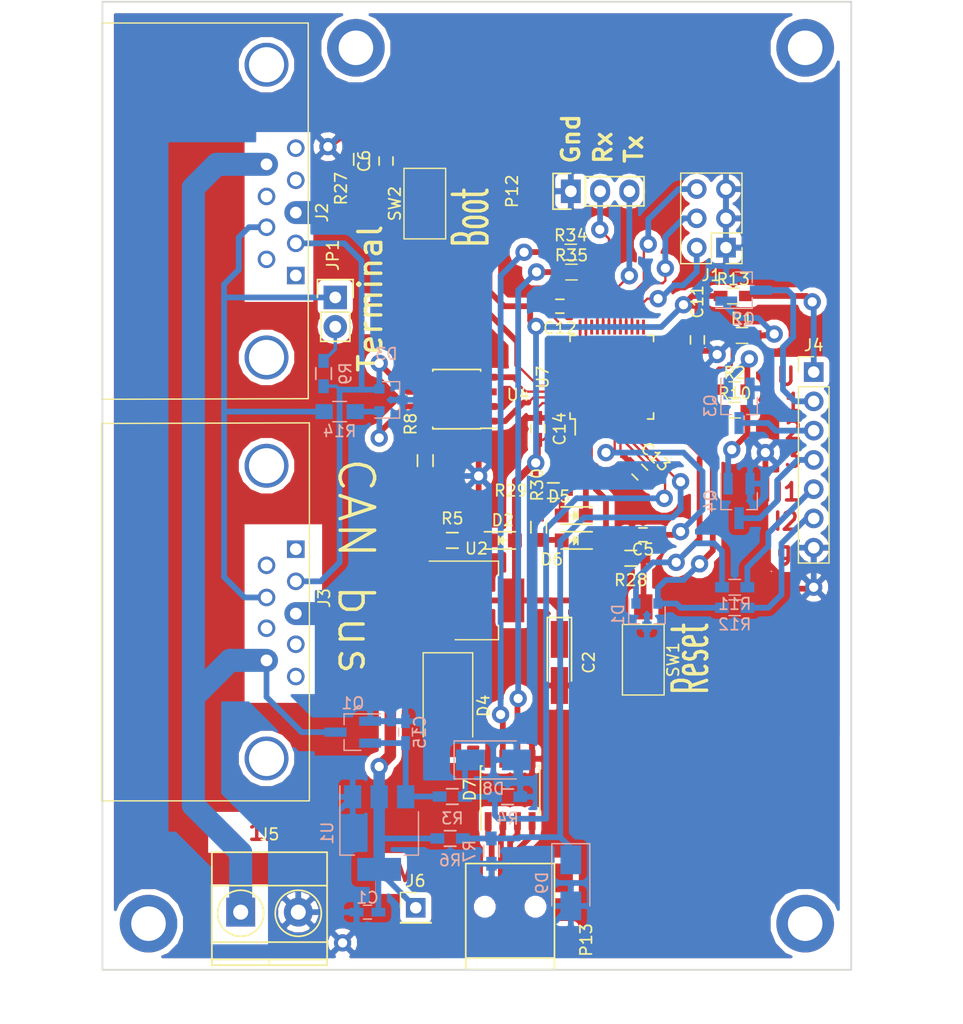
<source format=kicad_pcb>
(kicad_pcb (version 20211014) (generator pcbnew)
  (layers (0 "F.Cu" signal) (31 "B.Cu" signal) (34 "B.Paste" user) (35 "F.Paste" user) (36 "B.SilkS" user "B.Silkscreen") (37 "F.SilkS" user "F.Silkscreen") (38 "B.Mask" user) (39 "F.Mask" user) (44 "Edge.Cuts" user))
  (net 0 "")
  (net 1 "/12Vin")
  (net 2 "GND")
  (net 3 "+3V3")
  (net 4 "+5V")
  (net 5 "/NRST")
  (net 6 "/BOOT0")
  (net 7 "Net-(D2-Pad1)")
  (net 8 "Net-(D3-Pad1)")
  (net 9 "Net-(D3-Pad2)")
  (net 10 "Net-(D5-Pad2)")
  (net 11 "/LED0")
  (net 12 "Net-(D6-Pad2)")
  (net 13 "/LED1")
  (net 14 "Net-(D7-Pad2)")
  (net 15 "Net-(D7-Pad3)")
  (net 16 "Net-(D7-Pad6)")
  (net 17 "Net-(D7-Pad7)")
  (net 18 "Net-(JP1-Pad2)")
  (net 19 "/V12")
  (net 20 "/V5")
  (net 21 "Net-(R8-Pad1)")
  (net 22 "/CAN_Tx")
  (net 23 "/CAN_Rx")
  (net 24 "Net-(D7-Pad1)")
  (net 25 "Net-(D7-Pad4)")
  (net 26 "Net-(R34-Pad2)")
  (net 27 "Net-(R35-Pad2)")
  (net 28 "/5Vusb")
  (net 29 "/brdaddr0")
  (net 30 "/brdaddr1")
  (net 31 "/brdaddr2")
  (net 32 "Net-(J2-Pad9)")
  (net 33 "Net-(J4-Pad1)")
  (net 34 "/OUTP1")
  (net 35 "/OUTP2")
  (net 36 "/OUTP3")
  (net 37 "Net-(J4-Pad5)")
  (net 38 "Net-(J4-Pad6)")
  (net 39 "Net-(Q2-Pad1)")
  (net 40 "Net-(Q3-Pad1)")
  (net 41 "Net-(Q4-Pad1)")
  (net 42 "/O1")
  (net 43 "/O2")
  (net 44 "/O3")
  (net 45 "/INP1")
  (net 46 "/INP2")
  (net 47 "Net-(J2-Pad7)")
  (net 48 "/Rx")
  (net 49 "/Tx")
  (footprint "Capacitors_SMD.pretty:C_0603_HandSoldering" (layer "F.Cu") (at 71.9201 102.2604 180)
    (fp_text reference "C5")
    (fp_text value "0.1")
  )
  (footprint "Capacitors_SMD.pretty:C_0603_HandSoldering" (layer "F.Cu") (at 49.6189 69.8246 90)
    (fp_text reference "C6")
    (fp_text value "0.1")
  )
  (footprint "Capacitors_SMD.pretty:C_0603_HandSoldering" (layer "F.Cu") (at 76.6445 85.344 90)
    (fp_text reference "C11")
    (fp_text value "0.1")
  )
  (footprint "Capacitors_SMD.pretty:C_0603_HandSoldering" (layer "F.Cu") (at 64.7065 82.423 180)
    (fp_text reference "C12")
    (fp_text value "0.1")
  )
  (footprint "Capacitors_SMD.pretty:C_0603_HandSoldering" (layer "F.Cu") (at 71.64324 96.81972 -45)
    (fp_text reference "C13")
    (fp_text value "0.1")
  )
  (footprint "Capacitors_SMD.pretty:C_0603_HandSoldering" (layer "F.Cu") (at 62.7888 93.0656 -90)
    (fp_text reference "C14")
    (fp_text value "0.1")
  )
  (footprint "LEDs.pretty:LED_0805" (layer "F.Cu") (at 59.7535 102.743)
    (fp_text reference "D2")
    (fp_text value "LED")
  )
  (footprint "LEDs.pretty:LED_0805" (layer "F.Cu") (at 65.913 100.584 180)
    (fp_text reference "D5")
    (fp_text value "LED0")
  )
  (footprint "LEDs.pretty:LED_0805" (layer "F.Cu") (at 65.913 102.743 180)
    (fp_text reference "D6")
    (fp_text value "LED1")
  )
  (footprint "Housings_SOIC.pretty:SOIC-8_3.9x4.9mm_Pitch1.27mm" (layer "F.Cu") (at 60.3885 124.3965 90)
    (fp_text reference "D7")
    (fp_text value "USB6B1")
  )
  (footprint "Pin_Headers.pretty:Pin_Header_Straight_1x02" (layer "F.Cu") (at 45.212 81.661)
    (fp_text reference "JP1")
    (fp_text value "Terminal")
  )
  (footprint "Pin_Headers.pretty:Pin_Header_Straight_1x03" (layer "F.Cu") (at 65.659 72.44842 90)
    (fp_text reference "P12")
    (fp_text value "USART_BOOT")
  )
  (footprint "Connect.pretty:USB_Mini-B" (layer "F.Cu") (at 60.3885 135.382 90)
    (fp_text reference "P13")
    (fp_text value "USB_A")
  )
  (footprint "Resistors_SMD.pretty:R_0603_HandSoldering" (layer "F.Cu") (at 55.372 102.743)
    (fp_text reference "R5")
    (fp_text value "330")
  )
  (footprint "Resistors_SMD.pretty:R_0603_HandSoldering" (layer "F.Cu") (at 53.0225 95.8215 -90)
    (fp_text reference "R8")
    (fp_text value "4k7")
  )
  (footprint "Resistors_SMD.pretty:R_0603_HandSoldering" (layer "F.Cu") (at 47.48784 69.67728 90)
    (fp_text reference "R27")
    (fp_text value "10k")
  )
  (footprint "Resistors_SMD.pretty:R_0603_HandSoldering" (layer "F.Cu") (at 70.866 104.2924 180)
    (fp_text reference "R28")
    (fp_text value "10k")
  )
  (footprint "Resistors_SMD.pretty:R_0603_HandSoldering" (layer "F.Cu") (at 64.135 98.425 180)
    (fp_text reference "R29")
    (fp_text value "330")
  )
  (footprint "Resistors_SMD.pretty:R_0603_HandSoldering" (layer "F.Cu") (at 62.865 101.6 90)
    (fp_text reference "R30")
    (fp_text value "330")
  )
  (footprint "TO_SOT_Packages_SMD.pretty:SOT-223" (layer "F.Cu") (at 57.4675 107.95)
    (fp_text reference "U2")
    (fp_text value "LM1117-3.3")
  )
  (footprint "Housings_SOIC.pretty:SOIC-8_3.9x4.9mm_Pitch1.27mm" (layer "F.Cu") (at 55.753 90.4875 180)
    (fp_text reference "U4")
    (fp_text value "MCP2551-I/SN")
  )
  (footprint "Housings_QFP.pretty:LQFP-48_7x7mm_Pitch0.5mm" (layer "F.Cu") (at 69.215 88.5825 90)
    (fp_text reference "U7")
    (fp_text value "STM32F042C6Tx")
  )
  (footprint "Capacitors_Tantalum_SMD.pretty:Tantalum_Case-A_EIA-3216-18_Hand" (layer "F.Cu") (at 64.6684 113.3348 -90)
    (fp_text reference "C2")
    (fp_text value "47u")
  )
  (footprint "my_footprints:Hole_3mm" (layer "F.Cu") (at 29 136)
    (fp_text reference "P15" hide)
    (fp_text value "Hole" hide)
  )
  (footprint "my_footprints:Hole_3mm" (layer "F.Cu") (at 86 60)
    (fp_text reference "P16" hide)
    (fp_text value "Hole" hide)
  )
  (footprint "my_footprints:Hole_3mm" (layer "F.Cu") (at 47 60)
    (fp_text reference "P17" hide)
    (fp_text value "Hole" hide)
  )
  (footprint "my_footprints:Hole_3mm" (layer "F.Cu") (at 86 136)
    (fp_text reference "P18" hide)
    (fp_text value "Hole" hide)
  )
  (footprint "Resistors_SMD.pretty:R_0603_HandSoldering" (layer "F.Cu") (at 65.65392 77.724)
    (fp_text reference "R34")
    (fp_text value "22")
  )
  (footprint "Resistors_SMD.pretty:R_0603_HandSoldering" (layer "F.Cu") (at 65.71234 79.46136)
    (fp_text reference "R35")
    (fp_text value "22")
  )
  (footprint "Diodes_SMD.pretty:D_SMB_Handsoldering" (layer "F.Cu") (at 54.991 117.094 -90)
    (fp_text reference "D4")
    (fp_text value "MBRS130L")
  )
  (footprint "Pin_Headers.pretty:Pin_Header_Straight_2x03_Pitch2.54mm" (layer "F.Cu") (at 79.12608 77.33792 180)
    (fp_text reference "J1")
    (fp_text value "CONN_02X03")
  )
  (footprint "Buttons_Switches_SMD.pretty:SW_SPST_FSMSM" (layer "F.Cu") (at 71.9455 113.10112 -90)
    (fp_text reference "SW1")
    (fp_text value "Reset")
  )
  (footprint "Buttons_Switches_SMD.pretty:SW_SPST_FSMSM" (layer "F.Cu") (at 52.9844 73.5203 90)
    (fp_text reference "SW2")
    (fp_text value "Boot")
  )
  (footprint "Connectors.pretty:DB9FC" (layer "F.Cu") (at 41.783 79.756 90)
    (fp_text reference "J2")
    (fp_text value "DB9_Female")
  )
  (footprint "Connectors.pretty:DB9MC" (layer "F.Cu") (at 41.783 103.505 90)
    (fp_text reference "J3")
    (fp_text value "DB9_Male")
  )
  (footprint "Pin_Headers.pretty:Pin_Header_Straight_1x07_Pitch2.54mm" (layer "F.Cu") (at 86.741 88.138)
    (fp_text reference "J4")
    (fp_text value "Conn_01x07")
  )
  (footprint "Resistors_SMD.pretty:R_0603_HandSoldering" (layer "F.Cu") (at 80.518 84.963)
    (fp_text reference "R1")
    (fp_text value "330")
  )
  (footprint "Resistors_SMD.pretty:R_0603_HandSoldering" (layer "F.Cu") (at 79.883 89.662)
    (fp_text reference "R2")
    (fp_text value "330")
  )
  (footprint "Resistors_SMD.pretty:R_0603_HandSoldering" (layer "F.Cu") (at 79.883 91.44)
    (fp_text reference "R10")
    (fp_text value "330")
  )
  (footprint "Resistors_SMD.pretty:R_0603_HandSoldering" (layer "F.Cu") (at 79.756 81.534)
    (fp_text reference "R13")
    (fp_text value "4.7")
  )
  (footprint "Connectors_Terminal_Blocks.pretty:TerminalBlock_Pheonix_MKDS1.5-2pol" (layer "F.Cu") (at 37 135)
    (fp_text reference "J5")
    (fp_text value "12v")
  )
  (footprint "my_footprints:TH_via" (layer "F.Cu") (at 45.847 137.668)
    (fp_text reference "REF**" hide)
    (fp_text value "TH_via" hide)
  )
  (footprint "my_footprints:TH_via" (layer "F.Cu") (at 86.741 106.807)
    (fp_text reference "REF**" hide)
    (fp_text value "TH_via" hide)
  )
  (footprint "my_footprints:TH_via" (layer "F.Cu") (at 44.577 68.58)
    (fp_text reference "REF**" hide)
    (fp_text value "TH_via" hide)
  )
  (footprint "my_footprints:TH_via" (layer "F.Cu") (at 82.55 95.123)
    (fp_text reference "REF**" hide)
    (fp_text value "TH_via" hide)
  )
  (footprint "my_footprints:TH_via" (layer "F.Cu") (at 57.658 97.155)
    (fp_text reference "REF**" hide)
    (fp_text value "TH_via" hide)
  )
  (footprint "my_footprints:TH_via" (layer "F.Cu") (at 78.359 86.614)
    (fp_text reference "REF**" hide)
    (fp_text value "TH_via" hide)
  )
  (footprint "Pin_Headers.pretty:Pin_Header_Straight_1x01_Pitch2.54mm" (layer "F.Cu") (at 52.197 134.62)
    (fp_text reference "J6")
    (fp_text value "Conn_01x01")
  )
  (footprint "TO_SOT_Packages_SMD.pretty:SOT-23" (layer "B.Cu") (at 50.038 90.551)
    (fp_text reference "D3")
    (fp_text value "PESD1CAN")
  )
  (footprint "TO_SOT_Packages_SMD.pretty:SOT-23_Handsoldering" (layer "B.Cu") (at 46.736 119.38 180)
    (fp_text reference "Q1")
    (fp_text value "AO3407")
  )
  (footprint "Resistors_SMD.pretty:R_0603_HandSoldering" (layer "B.Cu") (at 55.372 124.968)
    (fp_text reference "R3")
    (fp_text value "220k")
  )
  (footprint "Resistors_SMD.pretty:R_0603_HandSoldering" (layer "B.Cu") (at 60.16752 124.98832)
    (fp_text reference "R4")
    (fp_text value "56k")
  )
  (footprint "Resistors_SMD.pretty:R_0603_HandSoldering" (layer "B.Cu") (at 55.1815 128.60782)
    (fp_text reference "R6")
    (fp_text value "47k")
  )
  (footprint "Resistors_SMD.pretty:R_0603_HandSoldering" (layer "B.Cu") (at 58.76544 129.70256 -90)
    (fp_text reference "R7")
    (fp_text value "47k")
  )
  (footprint "Resistors_SMD.pretty:R_0603_HandSoldering" (layer "B.Cu") (at 44.196 88.265 90)
    (fp_text reference "R9")
    (fp_text value "120")
  )
  (footprint "Capacitors_SMD.pretty:C_0603_HandSoldering" (layer "B.Cu") (at 51.308 119.38 90)
    (fp_text reference "C15")
    (fp_text value "0.1")
  )
  (footprint "TO_SOT_Packages_SMD.pretty:SOT-23" (layer "B.Cu") (at 72.263 109.22 -90)
    (fp_text reference "D1")
    (fp_text value "SP0502BAHT")
  )
  (footprint "Resistors_SMD.pretty:R_0805_HandSoldering" (layer "B.Cu") (at 45.593 91.567)
    (fp_text reference "R14")
    (fp_text value "0")
  )
  (footprint "Capacitors_SMD.pretty:C_0603_HandSoldering" (layer "B.Cu") (at 48.006 135.001 180)
    (fp_text reference "C1")
    (fp_text value "0.1")
  )
  (footprint "TO_SOT_Packages_SMD.pretty:SOT-23_Handsoldering" (layer "B.Cu") (at 80.645 81.026)
    (fp_text reference "Q2")
    (fp_text value "SI2300")
  )
  (footprint "TO_SOT_Packages_SMD.pretty:SOT-23_Handsoldering" (layer "B.Cu") (at 80.264 91.059 -90)
    (fp_text reference "Q3")
    (fp_text value "SI2300")
  )
  (footprint "TO_SOT_Packages_SMD.pretty:SOT-23_Handsoldering" (layer "B.Cu") (at 80.264 99.314 -90)
    (fp_text reference "Q4")
    (fp_text value "SI2300")
  )
  (footprint "Resistors_SMD.pretty:R_0603_HandSoldering" (layer "B.Cu") (at 79.883 106.807)
    (fp_text reference "R11")
    (fp_text value "330")
  )
  (footprint "Resistors_SMD.pretty:R_0603_HandSoldering" (layer "B.Cu") (at 79.883 108.585)
    (fp_text reference "R12")
    (fp_text value "330")
  )
  (footprint "TO_SOT_Packages_SMD.pretty:SOT-223" (layer "B.Cu") (at 49.022 128.143 -90)
    (fp_text reference "U1")
    (fp_text value "LM1117-5.0")
  )
  (footprint "Diode_SMD.pretty:D_SMA" (layer "B.Cu") (at 58.928 121.793)
    (fp_text reference "D8")
    (fp_text value "SMAJ5.0A")
  )
  (footprint "Diode_SMD.pretty:D_SMA" (layer "B.Cu") (at 65.659 132.461 -90)
    (fp_text reference "D9")
    (fp_text value "SMAJ5.0A")
  )
  (gr_line (start 25 140) (end 25 56) (layer "Edge.Cuts") (width 0.15))
  (gr_line (start 90 56) (end 90 140) (layer "Edge.Cuts") (width 0.15))
  (gr_line (start 90 140) (end 25 140) (layer "Edge.Cuts") (width 0.15))
  (gr_line (start 25 56) (end 90 56) (layer "Edge.Cuts") (width 0.15))
  (gr_text "+ 12V -" (at 39.75 128) (layer "F.Cu") (effects (font (size 1.5 1.5) (thickness 0.3))))
  (gr_text "1\n2\n3" (at 84.963 93.218) (layer "F.Cu") (effects (font (size 1.5 1.5) (thickness 0.3))))
  (gr_text "CAN:\n2 - CANL\n3 - GND\n7 - CANH\n9 - +12V" (at 76.75 126.5) (layer "F.Cu") (effects (font (size 1.5 1.5) (thickness 0.3)) (justify left)))
  (gr_text "I1" (at 84.455 98.552) (layer "F.Cu") (effects (font (size 1.5 1.5) (thickness 0.3))))
  (gr_text "Addr" (at 78 67.75) (layer "F.Cu") (effects (font (size 1.5 1.5) (thickness 0.3))))
  (gr_text "Boot" (at 56.5 75.25 90) (layer "F.Cu") (effects (font (size 1.5 1.5) (thickness 0.3))))
  (gr_text "GND\nRX\nTX" (at 68 68 90) (layer "F.Cu") (effects (font (size 1.5 1.5) (thickness 0.3))))
  (gr_text "2\n1\n0" (at 83.75 74.75) (layer "F.Cu") (effects (font (size 1.5 1.5) (thickness 0.3))))
  (gr_text "5V" (at 50.546 131.572) (layer "F.Cu") (effects (font (size 1.5 1.5) (thickness 0.3))))
  (gr_text "U" (at 84.328 88.519) (layer "F.Cu") (effects (font (size 1.5 1.5) (thickness 0.3))))
  (gr_text "Term" (at 50.75 83) (layer "F.Cu") (effects (font (size 1.5 1.5) (thickness 0.3))))
  (gr_text "g" (at 84.201 103.632) (layer "F.Cu") (effects (font (size 1.5 1.5) (thickness 0.3))))
  (gr_text "I2" (at 84.328 101.092) (layer "F.Cu") (effects (font (size 1.5 1.5) (thickness 0.3))))
  (gr_text "RST" (at 76.073 113.157 90) (layer "F.Cu") (effects (font (size 1.5 1.5) (thickness 0.3))))
  (gr_text "Reset" (at 76.073 113.03 90) (layer "F.SilkS") (effects (font (size 3 1.5) (thickness 0.3))))
  (gr_text "Boot" (at 57 74.75 90) (layer "F.SilkS") (effects (font (size 3 1.5) (thickness 0.3))))
  (gr_text "CAN bus" (at 47 105 270) (layer "F.SilkS") (effects (font (size 3 3) (thickness 0.3))))
  (gr_text "Tx" (at 71.12508 68.78828 90) (layer "F.SilkS") (effects (font (size 1.5 1.5) (thickness 0.3))))
  (gr_text "Terminal" (at 48.25 81.75 90) (layer "F.SilkS") (effects (font (size 2 2) (thickness 0.3))))
  (gr_text "Gnd" (at 65.66408 67.89928 90) (layer "F.SilkS") (effects (font (size 1.5 1.5) (thickness 0.3))))
  (gr_text "Rx" (at 68.45808 68.66128 90) (layer "F.SilkS") (effects (font (size 1.5 1.5) (thickness 0.3))))
  (segment (start 51.347 124.968) (end 51.322 124.993) (width 0.5) (layer "B.Cu") (net 1))
  (segment (start 51.322 120.344) (end 51.308 120.33) (width 0.5) (layer "B.Cu") (net 1))
  (segment (start 48.236 120.33) (end 51.308 120.33) (width 0.5) (layer "B.Cu") (net 1))
  (segment (start 51.322 124.993) (end 51.322 120.344) (width 0.5) (layer "B.Cu") (net 1))
  (segment (start 54.272 124.968) (end 51.347 124.968) (width 0.5) (layer "B.Cu") (net 1))
  (segment (start 54.3175 102.7885) (end 54.272 102.743) (width 0.5) (layer "F.Cu") (net 2))
  (segment (start 63.1931 90.8325) (end 62.7888 91.2368) (width 0.2) (layer "F.Cu") (net 2))
  (segment (start 62.7888 91.2368) (end 62.7888 92.1156) (width 0.2) (layer "F.Cu") (net 2))
  (segment (start 66.5226 82.423) (end 66.965 82.8654) (width 0.2) (layer "F.Cu") (net 2))
  (segment (start 66.965 82.8654) (end 66.965 84.2325) (width 0.2) (layer "F.Cu") (net 2))
  (segment (start 76.606 86.3325) (end 76.6445 86.294) (width 0.2) (layer "F.Cu") (net 2))
  (segment (start 62.2935 120.4849) (end 64.6684 118.11) (width 0.5) (layer "F.Cu") (net 2))
  (segment (start 64.6684 118.11) (end 64.6684 115.3348) (width 0.5) (layer "F.Cu") (net 2))
  (segment (start 56.9087 91.1225) (end 56.388 91.6432) (width 0.5) (layer "F.Cu") (net 2))
  (segment (start 56.388 91.6432) (end 56.388 93.3196) (width 0.5) (layer "F.Cu") (net 2))
  (segment (start 56.388 93.3196) (end 57.0484 93.98) (width 0.5) (layer "F.Cu") (net 2))
  (segment (start 57.0484 93.98) (end 57.658 93.98) (width 0.5) (layer "F.Cu") (net 2))
  (segment (start 59.8932 93.98) (end 61.7576 92.1156) (width 0.5) (layer "F.Cu") (net 2))
  (segment (start 61.7576 92.1156) (end 62.7888 92.1156) (width 0.5) (layer "F.Cu") (net 2))
  (segment (start 65.6565 81.6077) (end 64.9224 80.8736) (width 0.5) (layer "F.Cu") (net 2))
  (segment (start 64.9224 80.8736) (end 63.06058 80.8736) (width 0.5) (layer "F.Cu") (net 2))
  (segment (start 47.48784 67.32016) (end 48.68672 66.12128) (width 0.5) (layer "F.Cu") (net 2))
  (segment (start 48.68672 66.12128) (end 55.22976 66.12128) (width 0.5) (layer "F.Cu") (net 2))
  (segment (start 62.06998 80.8736) (end 59.76366 78.56728) (width 0.5) (layer "F.Cu") (net 2))
  (segment (start 59.76366 78.56728) (end 59.76366 70.85584) (width 0.5) (layer "F.Cu") (net 2))
  (segment (start 58.50128 66.12128) (end 59.76366 67.38366) (width 0.5) (layer "F.Cu") (net 2))
  (segment (start 59.76366 67.38366) (end 59.76366 70.85584) (width 0.5) (layer "F.Cu") (net 2))
  (segment (start 44.58716 68.56476) (end 44.59968 68.57728) (width 0.5) (layer "F.Cu") (net 2))
  (segment (start 57.91962 66.12128) (end 58.50128 66.12128) (width 0.5) (layer "F.Cu") (net 2))
  (segment (start 66.6811 115.3348) (end 69.03742 117.69112) (width 0.5) (layer "F.Cu") (net 2))
  (segment (start 69.03742 117.69112) (end 69.342 117.69112) (width 0.5) (layer "F.Cu") (net 2))
  (segment (start 69.965 95.14148) (end 70.971489 96.147969) (width 0.2) (layer "F.Cu") (net 2))
  (segment (start 70.9701 97.96014) (end 70.46214 97.45218) (width 0.5) (layer "F.Cu") (net 2))
  (segment (start 70.46214 97.45218) (end 70.46214 96.657318) (width 0.5) (layer "F.Cu") (net 2))
  (segment (start 70.46214 96.657318) (end 70.971489 96.147969) (width 0.5) (layer "F.Cu") (net 2))
  (segment (start 78.039 86.294) (end 78.359 86.614) (width 0.2) (layer "F.Cu") (net 2))
  (segment (start 54.272 101.938) (end 57.658 98.552) (width 0.5) (layer "F.Cu") (net 2))
  (segment (start 57.658 98.552) (end 57.658 97.155) (width 0.5) (layer "F.Cu") (net 2))
  (segment (start 57.658 93.98) (end 59.8932 93.98) (width 0.5) (layer "F.Cu") (net 2))
  (segment (start 57.658 97.155) (end 57.658 93.98) (width 0.5) (layer "F.Cu") (net 2))
  (segment (start 86.741 106.807) (end 86.614 106.934) (width 0.5) (layer "F.Cu") (net 2))
  (segment (start 86.614 106.934) (end 84.963 106.934) (width 0.5) (layer "F.Cu") (net 2))
  (segment (start 84.963 106.934) (end 82.55 104.521) (width 0.5) (layer "F.Cu") (net 2))
  (segment (start 82.55 104.521) (end 82.55 95.123) (width 0.5) (layer "F.Cu") (net 2))
  (segment (start 69.1155 90.8325) (end 69.965 91.682) (width 0.2) (layer "F.Cu") (net 2))
  (segment (start 69.965 91.682) (end 69.965 92.9325) (width 0.2) (layer "F.Cu") (net 2))
  (segment (start 61.9887 130.0353) (end 63.627 128.397) (width 0.5) (layer "F.Cu") (net 2))
  (segment (start 63.627 128.397) (end 66.167 128.397) (width 0.5) (layer "F.Cu") (net 2))
  (segment (start 66.167 128.397) (end 69.342 125.222) (width 0.5) (layer "F.Cu") (net 2))
  (segment (start 69.342 125.222) (end 69.342 117.69112) (width 0.5) (layer "F.Cu") (net 2))
  (segment (start 69.342 117.69112) (end 71.9455 117.69112) (width 0.5) (layer "F.Cu") (net 2))
  (segment (start 78.039 86.294) (end 78.359 86.614) (width 0.5) (layer "F.Cu") (net 2))
  (segment (start 46.355 67.31) (end 47.498 67.31) (width 0.5) (layer "F.Cu") (net 2))
  (segment (start 47.498 67.31) (end 48.68672 66.12128) (width 0.5) (layer "F.Cu") (net 2))
  (segment (start 66.965 85.888) (end 67.4095 86.3325) (width 0.2) (layer "F.Cu") (net 2))
  (segment (start 67.4095 86.3325) (end 73.565 86.3325) (width 0.2) (layer "F.Cu") (net 2))
  (segment (start 65.6565 82.423) (end 65.6565 81.6077) (width 0.5) (layer "F.Cu") (net 2))
  (segment (start 76.6445 86.294) (end 78.039 86.294) (width 0.5) (layer "F.Cu") (net 2))
  (segment (start 62.2935 121.6965) (end 62.2935 120.4849) (width 0.5) (layer "F.Cu") (net 2))
  (segment (start 54.3175 105.65) (end 54.3175 102.7885) (width 0.5) (layer "F.Cu") (net 2))
  (segment (start 55.22976 66.12128) (end 57.91962 66.12128) (width 0.5) (layer "F.Cu") (net 2))
  (segment (start 66.965 84.2325) (end 66.965 85.888) (width 0.2) (layer "F.Cu") (net 2))
  (segment (start 64.865 90.8325) (end 63.1931 90.8325) (width 0.2) (layer "F.Cu") (net 2))
  (segment (start 65.6565 82.423) (end 66.5226 82.423) (width 0.2) (layer "F.Cu") (net 2))
  (segment (start 47.48784 68.57728) (end 47.48784 67.32016) (width 0.5) (layer "F.Cu") (net 2))
  (segment (start 63.06058 80.8736) (end 62.06998 80.8736) (width 0.5) (layer "F.Cu") (net 2))
  (segment (start 61.9887 131.93268) (end 61.9887 130.0353) (width 0.5) (layer "F.Cu") (net 2))
  (segment (start 73.565 86.3325) (end 76.606 86.3325) (width 0.2) (layer "F.Cu") (net 2))
  (segment (start 69.965 92.9325) (end 69.965 95.14148) (width 0.2) (layer "F.Cu") (net 2))
  (segment (start 54.272 102.743) (end 54.272 101.938) (width 0.5) (layer "F.Cu") (net 2))
  (segment (start 64.865 90.8325) (end 69.1155 90.8325) (width 0.2) (layer "F.Cu") (net 2))
  (segment (start 58.453 91.1225) (end 56.9087 91.1225) (width 0.5) (layer "F.Cu") (net 2))
  (segment (start 64.6684 115.3348) (end 66.6811 115.3348) (width 0.5) (layer "F.Cu") (net 2))
  (segment (start 44.577 68.58) (end 46.355 67.31) (width 0.5) (layer "F.Cu") (net 2))
  (segment (start 70.9701 102.2604) (end 70.9701 97.96014) (width 0.5) (layer "F.Cu") (net 2))
  (segment (start 46.226 109.095) (end 51.038 104.283) (width 0.5) (layer "B.Cu") (net 2))
  (segment (start 51.038 104.283) (end 51.038 90.551) (width 0.5) (layer "B.Cu") (net 2))
  (segment (start 42.001 135.001) (end 42 135) (width 0.5) (layer "B.Cu") (net 2))
  (segment (start 42.96818 74.296) (end 45.09516 72.16902) (width 0.5) (layer "B.Cu") (net 2))
  (segment (start 45.38218 72.44842) (end 45.10278 72.16902) (width 0.5) (layer "B.Cu") (net 2))
  (segment (start 45.10278 72.16902) (end 45.09516 72.16902) (width 0.5) (layer "B.Cu") (net 2))
  (segment (start 58.95608 130.9932) (end 58.76544 130.80256) (width 0.5) (layer "B.Cu") (net 2))
  (segment (start 42 129.715) (end 46.722 124.993) (width 0.5) (layer "B.Cu") (net 2))
  (segment (start 61.55976 124.69608) (end 61.26752 124.98832) (width 0.5) (layer "B.Cu") (net 2))
  (segment (start 79.12608 74.79792) (end 79.12608 77.33792) (width 0.5) (layer "B.Cu") (net 2))
  (segment (start 51.038 97.155) (end 57.658 97.155) (width 0.5) (layer "B.Cu") (net 2))
  (segment (start 82.55 95.123) (end 81.214 96.459) (width 0.5) (layer "B.Cu") (net 2))
  (segment (start 81.214 96.459) (end 81.214 97.814) (width 0.5) (layer "B.Cu") (net 2))
  (segment (start 79.756 85.217) (end 81.661 85.217) (width 0.5) (layer "B.Cu") (net 2))
  (segment (start 81.661 85.217) (end 83.058 86.614) (width 0.5) (layer "B.Cu") (net 2))
  (segment (start 83.058 86.614) (end 83.058 89.408) (width 0.5) (layer "B.Cu") (net 2))
  (segment (start 83.058 89.408) (end 82.907 89.559) (width 0.5) (layer "B.Cu") (net 2))
  (segment (start 82.907 89.559) (end 81.214 89.559) (width 0.5) (layer "B.Cu") (net 2))
  (segment (start 42.001 135.001) (end 42 135) (width 0.2) (layer "B.Cu") (net 2))
  (segment (start 45.847 69.85) (end 45.847 71.9836) (width 0.5) (layer "B.Cu") (net 2))
  (segment (start 45.847 71.9836) (end 45.38218 72.44842) (width 0.5) (layer "B.Cu") (net 2))
  (segment (start 44.071 109.095) (end 48.236 113.26) (width 2) (layer "B.Cu") (net 2))
  (segment (start 48.236 113.26) (end 48.236 118.43) (width 0.5) (layer "B.Cu") (net 2))
  (segment (start 43.5346 74.296) (end 45.847 71.9836) (width 2) (layer "B.Cu") (net 2))
  (segment (start 47.056 136.591) (end 47.752 137.287) (width 0.5) (layer "B.Cu") (net 2))
  (segment (start 47.752 137.287) (end 58.928 137.287) (width 0.5) (layer "B.Cu") (net 2))
  (segment (start 58.928 137.287) (end 60.452 135.763) (width 0.5) (layer "B.Cu") (net 2))
  (segment (start 60.452 135.763) (end 60.452 130.9932) (width 0.5) (layer "B.Cu") (net 2))
  (segment (start 60.452 130.9932) (end 58.95608 130.9932) (width 0.5) (layer "B.Cu") (net 2))
  (segment (start 61.26752 122.13252) (end 60.928 121.793) (width 0.5) (layer "B.Cu") (net 2))
  (segment (start 64.357 135.763) (end 65.659 134.461) (width 0.5) (layer "B.Cu") (net 2))
  (segment (start 48.236 118.43) (end 51.308 118.43) (width 0.5) (layer "B.Cu") (net 2))
  (segment (start 41.783 74.296) (end 42.96818 74.296) (width 0.5) (layer "B.Cu") (net 2))
  (segment (start 78.359 86.614) (end 79.756 85.217) (width 0.5) (layer "B.Cu") (net 2))
  (segment (start 41.783 74.296) (end 43.5346 74.296) (width 2) (layer "B.Cu") (net 2))
  (segment (start 60.452 135.763) (end 64.357 135.763) (width 0.5) (layer "B.Cu") (net 2))
  (segment (start 65.659 72.44842) (end 45.38218 72.44842) (width 0.5) (layer "B.Cu") (net 2))
  (segment (start 47.056 135.001) (end 47.056 136.591) (width 0.5) (layer "B.Cu") (net 2))
  (segment (start 86.741 103.378) (end 86.741 106.807) (width 0.5) (layer "B.Cu") (net 2))
  (segment (start 44.577 68.58) (end 45.847 69.85) (width 0.5) (layer "B.Cu") (net 2))
  (segment (start 47.056 135.001) (end 42.001 135.001) (width 0.5) (layer "B.Cu") (net 2))
  (segment (start 41.783 109.095) (end 46.226 109.095) (width 0.5) (layer "B.Cu") (net 2))
  (segment (start 42 135) (end 42 129.715) (width 0.5) (layer "B.Cu") (net 2))
  (segment (start 79.12608 72.25792) (end 79.12608 74.79792) (width 0.5) (layer "B.Cu") (net 2))
  (segment (start 41.783 109.095) (end 44.071 109.095) (width 2) (layer "B.Cu") (net 2))
  (segment (start 61.26752 124.98832) (end 61.26752 122.13252) (width 0.5) (layer "B.Cu") (net 2))
  (segment (start 60.80252 107.76498) (end 60.6175 107.95) (width 0.5) (layer "F.Cu") (net 3))
  (segment (start 63.2612 94.0156) (end 64.865 92.4118) (width 0.2) (layer "F.Cu") (net 3))
  (segment (start 64.865 92.4118) (end 64.865 91.3325) (width 0.2) (layer "F.Cu") (net 3))
  (segment (start 65.0301 84.2325) (end 63.7565 82.9589) (width 0.2) (layer "F.Cu") (net 3))
  (segment (start 63.7565 82.9589) (end 63.7565 82.423) (width 0.2) (layer "F.Cu") (net 3))
  (segment (start 73.565 85.4898) (end 74.6608 84.394) (width 0.2) (layer "F.Cu") (net 3))
  (segment (start 74.6608 84.394) (end 76.6445 84.394) (width 0.2) (layer "F.Cu") (net 3))
  (segment (start 63.9064 107.95) (end 64.6684 108.712) (width 0.5) (layer "F.Cu") (net 3))
  (segment (start 64.6684 108.712) (end 64.6684 111.3348) (width 0.5) (layer "F.Cu") (net 3))
  (segment (start 62.1284 82.423) (end 63.7565 82.423) (width 0.5) (layer "F.Cu") (net 3))
  (segment (start 62.1284 83.6676) (end 62.6364 84.1756) (width 0.5) (layer "F.Cu") (net 3))
  (segment (start 75.438 82.296) (end 75.5396 82.3976) (width 0.5) (layer "F.Cu") (net 3))
  (segment (start 75.5396 82.3976) (end 76.6064 82.3976) (width 0.5) (layer "F.Cu") (net 3))
  (segment (start 76.6064 82.3976) (end 76.6445 82.4357) (width 0.5) (layer "F.Cu") (net 3))
  (segment (start 76.6445 82.4357) (end 76.6445 84.394) (width 0.5) (layer "F.Cu") (net 3))
  (segment (start 62.9158 98.5442) (end 63.035 98.425) (width 0.5) (layer "F.Cu") (net 3))
  (segment (start 60.80252 97.59188) (end 62.7888 95.6056) (width 0.5) (layer "F.Cu") (net 3))
  (segment (start 52.9287 68.8746) (end 52.9844 68.9303) (width 0.5) (layer "F.Cu") (net 3))
  (segment (start 56.5859 68.9303) (end 57.7596 70.104) (width 0.5) (layer "F.Cu") (net 3))
  (segment (start 57.7596 70.104) (end 57.7596 70.71614) (width 0.5) (layer "F.Cu") (net 3))
  (segment (start 58.5978 81.153) (end 59.8678 82.423) (width 0.5) (layer "F.Cu") (net 3))
  (segment (start 57.7596 71.25462) (end 58.59018 72.0852) (width 0.5) (layer "F.Cu") (net 3))
  (segment (start 58.59018 72.0852) (end 58.59018 74.01306) (width 0.5) (layer "F.Cu") (net 3))
  (segment (start 58.59018 74.01306) (end 58.5978 74.01306) (width 0.5) (layer "F.Cu") (net 3))
  (segment (start 58.5978 74.01306) (end 58.5978 81.153) (width 0.5) (layer "F.Cu") (net 3))
  (segment (start 64.93256 107.95) (end 60.6175 107.95) (width 0.5) (layer "F.Cu") (net 3))
  (segment (start 66.1084 107.95) (end 69.766 104.2924) (width 0.5) (layer "F.Cu") (net 3))
  (segment (start 70.465 94.33084) (end 72.8091 96.67494) (width 0.2) (layer "F.Cu") (net 3))
  (segment (start 72.8091 96.67494) (end 72.8091 96.997362) (width 0.2) (layer "F.Cu") (net 3))
  (segment (start 72.8091 96.997362) (end 72.314991 97.491471) (width 0.2) (layer "F.Cu") (net 3))
  (segment (start 76.2 81.534) (end 75.438 82.296) (width 0.5) (layer "F.Cu") (net 3))
  (segment (start 62.611 96.012) (end 60.80252 97.82048) (width 0.5) (layer "F.Cu") (net 3))
  (segment (start 60.80252 97.82048) (end 60.80252 102.743) (width 0.5) (layer "F.Cu") (net 3))
  (segment (start 62.7888 95.8342) (end 62.611 96.012) (width 0.5) (layer "F.Cu") (net 3))
  (segment (start 62.611 98.001) (end 63.035 98.425) (width 0.5) (layer "F.Cu") (net 3))
  (segment (start 63.035 100.33) (end 62.865 100.5) (width 0.5) (layer "F.Cu") (net 3))
  (segment (start 66.465 86.531) (end 70.465 90.531) (width 0.2) (layer "F.Cu") (net 3))
  (segment (start 70.465 90.531) (end 70.465 92.9325) (width 0.2) (layer "F.Cu") (net 3))
  (segment (start 60.80252 102.743) (end 60.80252 97.59188) (width 0.5) (layer "F.Cu") (net 3))
  (segment (start 64.93256 107.95) (end 66.1084 107.95) (width 0.5) (layer "F.Cu") (net 3))
  (segment (start 62.611 96.012) (end 62.611 98.001) (width 0.5) (layer "F.Cu") (net 3))
  (segment (start 60.6175 107.95) (end 63.9064 107.95) (width 0.5) (layer "F.Cu") (net 3))
  (segment (start 54.3175 107.95) (end 60.6175 107.95) (width 0.5) (layer "F.Cu") (net 3))
  (segment (start 62.7888 94.0156) (end 62.7888 95.8342) (width 0.5) (layer "F.Cu") (net 3))
  (segment (start 62.1284 82.423) (end 62.1284 83.6676) (width 0.5) (layer "F.Cu") (net 3))
  (segment (start 62.1284 82.423) (end 59.8678 82.423) (width 0.5) (layer "F.Cu") (net 3))
  (segment (start 60.80252 102.743) (end 60.80252 107.76498) (width 0.5) (layer "F.Cu") (net 3))
  (segment (start 57.7596 70.71614) (end 57.7596 71.25462) (width 0.5) (layer "F.Cu") (net 3))
  (segment (start 49.6189 68.8746) (end 52.9287 68.8746) (width 0.5) (layer "F.Cu") (net 3))
  (segment (start 63.035 98.425) (end 63.035 100.33) (width 0.5) (layer "F.Cu") (net 3))
  (segment (start 78.656 81.534) (end 76.2 81.534) (width 0.5) (layer "F.Cu") (net 3))
  (segment (start 66.465 84.2325) (end 66.465 86.531) (width 0.2) (layer "F.Cu") (net 3))
  (segment (start 73.565 85.8325) (end 73.565 85.4898) (width 0.2) (layer "F.Cu") (net 3))
  (segment (start 66.465 84.2325) (end 65.0301 84.2325) (width 0.2) (layer "F.Cu") (net 3))
  (segment (start 52.9844 68.9303) (end 56.5859 68.9303) (width 0.5) (layer "F.Cu") (net 3))
  (segment (start 62.7888 94.0156) (end 62.7888 95.6056) (width 0.5) (layer "F.Cu") (net 3))
  (segment (start 62.7888 94.0156) (end 63.2612 94.0156) (width 0.2) (layer "F.Cu") (net 3))
  (segment (start 70.465 92.9325) (end 70.465 94.33084) (width 0.2) (layer "F.Cu") (net 3))
  (via (at 62.611 96.012) (size 1.5) (drill 0.8) (layers "F.Cu" "B.Cu") (net 3))
  (via (at 75.438 82.296) (size 1.5) (drill 0.8) (layers "F.Cu" "B.Cu") (net 3))
  (via (at 62.6364 84.1756) (size 1.5) (drill 0.8) (layers "F.Cu" "B.Cu") (net 3))
  (segment (start 62.6364 84.1756) (end 62.6872 84.2264) (width 0.5) (layer "B.Cu") (net 3))
  (segment (start 62.6872 84.2264) (end 73.5076 84.2264) (width 0.5) (layer "B.Cu") (net 3))
  (segment (start 73.5076 84.2264) (end 75.438 82.296) (width 0.5) (layer "B.Cu") (net 3))
  (segment (start 62.6364 95.9866) (end 62.611 96.012) (width 0.5) (layer "B.Cu") (net 3))
  (segment (start 62.6364 84.1756) (end 62.6364 95.9866) (width 0.5) (layer "B.Cu") (net 3))
  (segment (start 49.022 122.3645) (end 49.9885 121.398) (width 1) (layer "F.Cu") (net 4))
  (segment (start 49.9885 121.398) (end 49.9885 117.0165) (width 1) (layer "F.Cu") (net 4))
  (segment (start 54.991 113.538) (end 54.3175 112.8645) (width 0.5) (layer "F.Cu") (net 4))
  (segment (start 54.3175 112.8645) (end 54.3175 110.25) (width 1) (layer "F.Cu") (net 4))
  (segment (start 52.611 114.394) (end 49.9885 117.0165) (width 1) (layer "F.Cu") (net 4))
  (segment (start 49.9885 103.745) (end 55.17515 98.55835) (width 0.5) (layer "F.Cu") (net 4))
  (segment (start 56.642 89.8525) (end 58.453 89.8525) (width 0.5) (layer "F.Cu") (net 4))
  (segment (start 55.17515 91.31935) (end 56.642 89.8525) (width 0.5) (layer "F.Cu") (net 4))
  (segment (start 54.991 114.394) (end 54.991 113.538) (width 0.5) (layer "F.Cu") (net 4))
  (segment (start 54.991 114.394) (end 52.611 114.394) (width 1) (layer "F.Cu") (net 4))
  (segment (start 49.9885 117.0165) (end 49.9885 103.745) (width 0.5) (layer "F.Cu") (net 4))
  (segment (start 55.17515 98.55835) (end 55.17515 91.31935) (width 0.5) (layer "F.Cu") (net 4))
  (via (at 49.022 122.3645) (size 1.5) (drill 0.8) (layers "F.Cu" "B.Cu") (net 4))
  (segment (start 48.956 131.359) (end 49.022 131.293) (width 0.5) (layer "B.Cu") (net 4))
  (segment (start 49.4157 128.60782) (end 49.022 129.00152) (width 0.5) (layer "B.Cu") (net 4))
  (segment (start 49.022 129.00152) (end 49.022 131.293) (width 1) (layer "B.Cu") (net 4))
  (segment (start 48.956 131.359) (end 49.022 131.293) (width 0.2) (layer "B.Cu") (net 4))
  (segment (start 49.022 131.445) (end 52.197 134.62) (width 0.5) (layer "B.Cu") (net 4))
  (segment (start 48.956 135.001) (end 48.956 131.359) (width 0.5) (layer "B.Cu") (net 4))
  (segment (start 49.022 131.293) (end 49.022 131.445) (width 0.5) (layer "B.Cu") (net 4))
  (segment (start 49.022 124.993) (end 49.022 129.00152) (width 1) (layer "B.Cu") (net 4))
  (segment (start 54.0815 128.60782) (end 49.4157 128.60782) (width 0.5) (layer "B.Cu") (net 4))
  (segment (start 49.022 124.993) (end 49.022 122.3645) (width 1) (layer "B.Cu") (net 4))
  (segment (start 72.009 104.2924) (end 72.8701 103.4313) (width 0.5) (layer "F.Cu") (net 5))
  (segment (start 72.8701 103.4313) (end 72.8701 102.2604) (width 0.5) (layer "F.Cu") (net 5))
  (segment (start 71.966 108.49062) (end 71.9455 108.51112) (width 0.5) (layer "F.Cu") (net 5))
  (segment (start 71.96836 106.13136) (end 71.966 106.13136) (width 0.5) (layer "F.Cu") (net 5))
  (segment (start 71.966 106.13136) (end 71.96836 106.13136) (width 0.5) (layer "F.Cu") (net 5))
  (segment (start 71.96836 106.13136) (end 71.966 106.13136) (width 0.5) (layer "F.Cu") (net 5))
  (segment (start 71.966 106.13136) (end 71.966 108.49062) (width 0.5) (layer "F.Cu") (net 5))
  (segment (start 69.465 94.873) (end 69.215 95.123) (width 0.2) (layer "F.Cu") (net 5))
  (segment (start 69.215 95.123) (end 68.707 95.123) (width 0.2) (layer "F.Cu") (net 5))
  (segment (start 75.184 101.981) (end 74.9046 102.2604) (width 0.5) (layer "F.Cu") (net 5))
  (segment (start 74.9046 102.2604) (end 72.8701 102.2604) (width 0.5) (layer "F.Cu") (net 5))
  (segment (start 71.966 104.2924) (end 72.009 104.2924) (width 0.5) (layer "F.Cu") (net 5))
  (segment (start 71.966 104.2924) (end 71.966 106.13136) (width 0.5) (layer "F.Cu") (net 5))
  (segment (start 69.465 92.9325) (end 69.465 94.873) (width 0.2) (layer "F.Cu") (net 5))
  (via (at 68.707 95.123) (size 1.5) (drill 0.8) (layers "F.Cu" "B.Cu") (net 5))
  (via (at 75.184 101.981) (size 1.5) (drill 0.8) (layers "F.Cu" "B.Cu") (net 5))
  (segment (start 75.438 95.123) (end 77.089 96.774) (width 0.5) (layer "B.Cu") (net 5))
  (segment (start 77.089 96.774) (end 77.089 100.076) (width 0.5) (layer "B.Cu") (net 5))
  (segment (start 77.089 100.076) (end 75.184 101.981) (width 0.5) (layer "B.Cu") (net 5))
  (segment (start 68.707 95.123) (end 75.438 95.123) (width 0.5) (layer "B.Cu") (net 5))
  (segment (start 49.61622 70.77728) (end 49.6189 70.7746) (width 0.5) (layer "F.Cu") (net 6))
  (segment (start 51.6943 78.1103) (end 49.6189 76.0349) (width 0.5) (layer "F.Cu") (net 6))
  (segment (start 49.6189 76.0349) (end 49.6189 70.7746) (width 0.5) (layer "F.Cu") (net 6))
  (segment (start 62.8149 89.3325) (end 64.865 89.3325) (width 0.2) (layer "F.Cu") (net 6))
  (segment (start 54.6103 78.1103) (end 55.25 78.75) (width 0.5) (layer "F.Cu") (net 6))
  (segment (start 55.25 78.75) (end 56.75 78.75) (width 0.5) (layer "F.Cu") (net 6))
  (segment (start 56.75 78.75) (end 57.5 79.5) (width 0.5) (layer "F.Cu") (net 6))
  (segment (start 57.5 79.5) (end 57.5 82) (width 0.5) (layer "F.Cu") (net 6))
  (segment (start 57.5 82) (end 61 85.5) (width 0.5) (layer "F.Cu") (net 6))
  (segment (start 61 85.5) (end 61 87.5176) (width 0.5) (layer "F.Cu") (net 6))
  (segment (start 61 87.5176) (end 62.8149 89.3325) (width 0.2) (layer "F.Cu") (net 6))
  (segment (start 52.9844 78.1103) (end 54.6103 78.1103) (width 0.5) (layer "F.Cu") (net 6))
  (segment (start 52.9844 78.1103) (end 51.6943 78.1103) (width 0.5) (layer "F.Cu") (net 6))
  (segment (start 47.48784 70.77728) (end 49.61622 70.77728) (width 0.5) (layer "F.Cu") (net 6))
  (segment (start 56.472 102.743) (end 58.70448 102.743) (width 0.5) (layer "F.Cu") (net 7))
  (segment (start 51.308 91.1225) (end 49.022 93.4085) (width 0.5) (layer "F.Cu") (net 8))
  (segment (start 49.022 93.4085) (end 49.022 93.853) (width 0.5) (layer "F.Cu") (net 8))
  (segment (start 53.053 91.1225) (end 51.308 91.1225) (width 0.5) (layer "F.Cu") (net 8))
  (via (at 49.022 93.853) (size 1.5) (drill 0.8) (layers "F.Cu" "B.Cu") (net 8))
  (segment (start 48.972 91.567) (end 49.038 91.501) (width 0.5) (layer "B.Cu") (net 8))
  (segment (start 49.038 93.837) (end 49.022 93.853) (width 0.5) (layer "B.Cu") (net 8))
  (segment (start 49.038 93.837) (end 49.038 91.501) (width 0.5) (layer "B.Cu") (net 8))
  (segment (start 46.943 91.567) (end 48.972 91.567) (width 0.5) (layer "B.Cu") (net 8))
  (segment (start 51.4985 89.8525) (end 49.022 87.376) (width 0.5) (layer "F.Cu") (net 9))
  (segment (start 53.053 89.8525) (end 51.4985 89.8525) (width 0.5) (layer "F.Cu") (net 9))
  (via (at 49.022 87.376) (size 1.5) (drill 0.8) (layers "F.Cu" "B.Cu") (net 9))
  (segment (start 45.593 104.648) (end 43.946 106.295) (width 0.5) (layer "B.Cu") (net 9))
  (segment (start 43.946 106.295) (end 41.783 106.295) (width 0.5) (layer "B.Cu") (net 9))
  (segment (start 45.593 89.662) (end 45.593 104.648) (width 0.5) (layer "B.Cu") (net 9))
  (segment (start 48.977 89.662) (end 49.038 89.601) (width 0.5) (layer "B.Cu") (net 9))
  (segment (start 45.978 76.966) (end 47.498 78.486) (width 0.5) (layer "B.Cu") (net 9))
  (segment (start 47.498 78.486) (end 47.498 89.662) (width 0.5) (layer "B.Cu") (net 9))
  (segment (start 47.498 89.662) (end 48.977 89.662) (width 0.5) (layer "B.Cu") (net 9))
  (segment (start 45.296 89.365) (end 45.593 89.662) (width 0.3) (layer "B.Cu") (net 9))
  (segment (start 49.038 87.392) (end 49.022 87.376) (width 0.5) (layer "B.Cu") (net 9))
  (segment (start 45.593 89.662) (end 47.498 89.662) (width 0.5) (layer "B.Cu") (net 9))
  (segment (start 44.196 89.365) (end 45.296 89.365) (width 0.3) (layer "B.Cu") (net 9))
  (segment (start 49.038 87.392) (end 49.038 89.601) (width 0.5) (layer "B.Cu") (net 9))
  (segment (start 41.783 76.966) (end 45.978 76.966) (width 0.5) (layer "B.Cu") (net 9))
  (segment (start 65.27038 98.46038) (end 65.235 98.425) (width 0.5) (layer "F.Cu") (net 10))
  (segment (start 64.86398 98.79602) (end 65.235 98.425) (width 0.5) (layer "F.Cu") (net 10))
  (segment (start 64.86398 100.584) (end 64.86398 98.79602) (width 0.5) (layer "F.Cu") (net 10))
  (segment (start 66.965 96.55004) (end 66.96202 96.55302) (width 0.2) (layer "F.Cu") (net 11))
  (segment (start 66.965 92.9325) (end 66.965 96.55004) (width 0.2) (layer "F.Cu") (net 11))
  (segment (start 66.96202 96.55302) (end 66.96202 100.584) (width 0.5) (layer "F.Cu") (net 11))
  (segment (start 62.8982 102.6668) (end 62.865 102.7) (width 0.5) (layer "F.Cu") (net 12))
  (segment (start 64.82098 102.7) (end 64.86398 102.743) (width 0.5) (layer "F.Cu") (net 12))
  (segment (start 62.865 102.7) (end 64.82098 102.7) (width 0.5) (layer "F.Cu") (net 12))
  (segment (start 68.326 102.743) (end 68.707 102.362) (width 0.5) (layer "F.Cu") (net 13))
  (segment (start 68.707 102.362) (end 68.707 99.187) (width 0.5) (layer "F.Cu") (net 13))
  (segment (start 68.707 99.187) (end 67.818 98.298) (width 0.5) (layer "F.Cu") (net 13))
  (segment (start 67.818 98.298) (end 67.818 96.266) (width 0.5) (layer "F.Cu") (net 13))
  (segment (start 67.465 95.913) (end 67.818 96.266) (width 0.2) (layer "F.Cu") (net 13))
  (segment (start 67.465 92.9325) (end 67.465 95.913) (width 0.2) (layer "F.Cu") (net 13))
  (segment (start 68.326 102.743) (end 66.96202 102.743) (width 0.5) (layer "F.Cu") (net 13))
  (segment (start 59.7535 128.27) (end 59.5884 128.4351) (width 0.5) (layer "F.Cu") (net 14))
  (segment (start 59.5884 128.4351) (end 59.5884 131.93268) (width 0.5) (layer "F.Cu") (net 14))
  (segment (start 59.7535 127.0965) (end 59.7535 128.27) (width 0.5) (layer "F.Cu") (net 14))
  (segment (start 61.0235 128.27) (end 60.3885 128.905) (width 0.5) (layer "F.Cu") (net 15))
  (segment (start 60.3885 128.905) (end 60.3885 131.93268) (width 0.5) (layer "F.Cu") (net 15))
  (segment (start 61.0235 127.0965) (end 61.0235 128.27) (width 0.5) (layer "F.Cu") (net 15))
  (segment (start 62.68212 79.44612) (end 62.682136 79.446136) (width 0.5) (layer "F.Cu") (net 16))
  (segment (start 62.682136 79.446136) (end 62.682136 79.463134) (width 0.5) (layer "F.Cu") (net 16))
  (segment (start 62.682136 79.463134) (end 64.61234 79.46136) (width 0.5) (layer "F.Cu") (net 16))
  (segment (start 61.0235 116.5225) (end 61.087 116.459) (width 0.5) (layer "F.Cu") (net 16))
  (segment (start 61.0235 121.6965) (end 61.0235 116.5225) (width 0.5) (layer "F.Cu") (net 16))
  (via (at 62.68212 79.44612) (size 1.5) (drill 0.8) (layers "F.Cu" "B.Cu") (net 16))
  (via (at 61.087 116.459) (size 1.5) (drill 0.8) (layers "F.Cu" "B.Cu") (net 16))
  (segment (start 61.087 81.04124) (end 62.68212 79.44612) (width 0.5) (layer "B.Cu") (net 16))
  (segment (start 61.087 116.459) (end 61.087 81.04124) (width 0.5) (layer "B.Cu") (net 16))
  (segment (start 61.60008 77.73924) (end 61.60008 77.724) (width 0.5) (layer "F.Cu") (net 17))
  (segment (start 61.60008 77.724) (end 61.60008 77.73924) (width 0.5) (layer "F.Cu") (net 17))
  (segment (start 61.60008 77.73924) (end 61.60008 77.724) (width 0.5) (layer "F.Cu") (net 17))
  (segment (start 61.60008 77.724) (end 64.55392 77.724) (width 0.5) (layer "F.Cu") (net 17))
  (segment (start 59.7535 118.0465) (end 59.563 117.856) (width 0.5) (layer "F.Cu") (net 17))
  (segment (start 59.7535 121.6965) (end 59.7535 118.0465) (width 0.5) (layer "F.Cu") (net 17))
  (via (at 61.60008 77.73924) (size 1.5) (drill 0.8) (layers "F.Cu" "B.Cu") (net 17))
  (via (at 59.563 117.856) (size 1.5) (drill 0.8) (layers "F.Cu" "B.Cu") (net 17))
  (segment (start 59.563 79.77632) (end 61.60008 77.73924) (width 0.5) (layer "B.Cu") (net 17))
  (segment (start 59.563 117.856) (end 59.563 79.77632) (width 0.5) (layer "B.Cu") (net 17))
  (segment (start 45.212 86.149) (end 44.196 87.165) (width 0.3) (layer "B.Cu") (net 18))
  (segment (start 45.212 84.201) (end 45.212 86.149) (width 0.3) (layer "B.Cu") (net 18))
  (segment (start 73.7616 99.09048) (end 73.77684 99.07524) (width 0.5) (layer "F.Cu") (net 19))
  (segment (start 70.965 94.206) (end 73.8378 97.0788) (width 0.2) (layer "F.Cu") (net 19))
  (segment (start 73.8378 97.0788) (end 73.8378 99.01428) (width 0.2) (layer "F.Cu") (net 19))
  (segment (start 73.8378 99.01428) (end 73.7616 99.09048) (width 0.2) (layer "F.Cu") (net 19))
  (segment (start 70.965 92.9325) (end 70.965 94.206) (width 0.2) (layer "F.Cu") (net 19))
  (via (at 73.7616 99.09048) (size 1.5) (drill 0.8) (layers "F.Cu" "B.Cu") (net 19))
  (segment (start 59.05976 124.98056) (end 59.06752 124.98832) (width 0.5) (layer "B.Cu") (net 19))
  (segment (start 56.49232 124.98832) (end 56.472 124.968) (width 0.5) (layer "B.Cu") (net 19))
  (segment (start 59.06752 126.59088) (end 59.37504 126.8984) (width 0.5) (layer "B.Cu") (net 19))
  (segment (start 59.37504 126.8984) (end 63.5127 126.8984) (width 0.5) (layer "B.Cu") (net 19))
  (segment (start 63.5127 101.727) (end 66.14922 99.09048) (width 0.5) (layer "B.Cu") (net 19))
  (segment (start 66.14922 99.09048) (end 73.7616 99.09048) (width 0.5) (layer "B.Cu") (net 19))
  (segment (start 56.472 122.249) (end 56.928 121.793) (width 0.5) (layer "B.Cu") (net 19))
  (segment (start 56.472 124.968) (end 56.472 122.249) (width 0.5) (layer "B.Cu") (net 19))
  (segment (start 59.06752 124.98832) (end 59.06752 126.59088) (width 0.5) (layer "B.Cu") (net 19))
  (segment (start 59.06752 124.98832) (end 56.49232 124.98832) (width 0.5) (layer "B.Cu") (net 19))
  (segment (start 63.5127 126.8984) (end 63.5127 101.727) (width 0.5) (layer "B.Cu") (net 19))
  (segment (start 71.465 94.05068) (end 75.06462 97.6503) (width 0.2) (layer "F.Cu") (net 20))
  (segment (start 75.06462 97.6503) (end 75.18654 97.6503) (width 0.2) (layer "F.Cu") (net 20))
  (segment (start 71.465 92.9325) (end 71.465 94.05068) (width 0.2) (layer "F.Cu") (net 20))
  (via (at 75.18654 97.6503) (size 1.5) (drill 0.8) (layers "F.Cu" "B.Cu") (net 20))
  (segment (start 58.76018 128.60782) (end 58.76544 128.60256) (width 0.5) (layer "B.Cu") (net 20))
  (segment (start 61.10972 128.60256) (end 61.21908 128.4932) (width 0.5) (layer "B.Cu") (net 20))
  (segment (start 64.73698 128.4932) (end 64.2928 128.4932) (width 0.5) (layer "B.Cu") (net 20))
  (segment (start 64.73698 102.8192) (end 66.80454 100.75164) (width 0.5) (layer "B.Cu") (net 20))
  (segment (start 66.80454 100.75164) (end 74.10704 100.75164) (width 0.5) (layer "B.Cu") (net 20))
  (segment (start 74.48804 100.75164) (end 75.18654 100.05314) (width 0.5) (layer "B.Cu") (net 20))
  (segment (start 75.18654 100.05314) (end 75.14082 100.05314) (width 0.5) (layer "B.Cu") (net 20))
  (segment (start 75.14082 100.05314) (end 75.12304 100.03536) (width 0.5) (layer "B.Cu") (net 20))
  (segment (start 75.12304 100.03536) (end 75.18654 100.03536) (width 0.5) (layer "B.Cu") (net 20))
  (segment (start 75.18654 100.03536) (end 75.18654 97.6503) (width 0.5) (layer "B.Cu") (net 20))
  (segment (start 64.2928 128.4932) (end 61.21908 128.4932) (width 0.5) (layer "B.Cu") (net 20))
  (segment (start 65.659 129.41522) (end 64.73698 128.4932) (width 0.5) (layer "B.Cu") (net 20))
  (segment (start 74.10704 100.75164) (end 74.48804 100.75164) (width 0.5) (layer "B.Cu") (net 20))
  (segment (start 56.2815 128.60782) (end 58.76018 128.60782) (width 0.5) (layer "B.Cu") (net 20))
  (segment (start 65.659 130.461) (end 65.659 129.41522) (width 0.5) (layer "B.Cu") (net 20))
  (segment (start 58.76544 128.60256) (end 61.10972 128.60256) (width 0.5) (layer "B.Cu") (net 20))
  (segment (start 64.73698 128.4932) (end 64.73698 102.8192) (width 0.5) (layer "B.Cu") (net 20))
  (segment (start 53.0225 92.423) (end 53.053 92.3925) (width 0.5) (layer "F.Cu") (net 21))
  (segment (start 53.0225 94.7215) (end 53.0225 92.423) (width 0.5) (layer "F.Cu") (net 21))
  (segment (start 62.4231 90.3325) (end 61.976 90.7796) (width 0.2) (layer "F.Cu") (net 22))
  (segment (start 59.9567 92.3925) (end 61.5696 90.7796) (width 0.5) (layer "F.Cu") (net 22))
  (segment (start 61.5696 90.7796) (end 61.976 90.7796) (width 0.5) (layer "F.Cu") (net 22))
  (segment (start 61.976 90.7796) (end 61.9252 90.8304) (width 0.2) (layer "F.Cu") (net 22))
  (segment (start 64.865 90.3325) (end 62.4231 90.3325) (width 0.2) (layer "F.Cu") (net 22))
  (segment (start 58.453 92.3925) (end 59.9567 92.3925) (width 0.5) (layer "F.Cu") (net 22))
  (segment (start 60.76188 88.84158) (end 61.7528 89.8325) (width 0.2) (layer "F.Cu") (net 23))
  (segment (start 61.7528 89.8325) (end 64.865 89.8325) (width 0.2) (layer "F.Cu") (net 23))
  (segment (start 58.453 88.5825) (end 60.76188 88.5825) (width 0.5) (layer "F.Cu") (net 23))
  (segment (start 60.76188 88.5825) (end 60.76188 88.84158) (width 0.2) (layer "F.Cu") (net 23))
  (segment (start 58.4835 128.778) (end 58.7883 129.0828) (width 0.5) (layer "F.Cu") (net 24))
  (segment (start 58.7883 129.0828) (end 58.7883 131.93268) (width 0.5) (layer "F.Cu") (net 24))
  (segment (start 58.4835 127.0965) (end 58.4835 128.778) (width 0.5) (layer "F.Cu") (net 24))
  (segment (start 62.2935 128.3335) (end 61.1886 129.4384) (width 0.5) (layer "F.Cu") (net 25))
  (segment (start 61.1886 129.4384) (end 61.1886 131.93268) (width 0.5) (layer "F.Cu") (net 25))
  (segment (start 62.2935 127.0965) (end 62.2935 128.3335) (width 0.5) (layer "F.Cu") (net 25))
  (segment (start 68.465 78.25924) (end 67.92976 77.724) (width 0.2) (layer "F.Cu") (net 26))
  (segment (start 67.92976 77.724) (end 66.75392 77.724) (width 0.2) (layer "F.Cu") (net 26))
  (segment (start 68.465 84.2325) (end 68.465 78.25924) (width 0.2) (layer "F.Cu") (net 26))
  (segment (start 66.75392 77.724) (end 67.02552 77.724) (width 0.2) (layer "F.Cu") (net 26))
  (segment (start 67.965 80.61402) (end 66.81234 79.46136) (width 0.2) (layer "F.Cu") (net 27))
  (segment (start 67.965 84.2325) (end 67.965 80.61402) (width 0.2) (layer "F.Cu") (net 27))
  (segment (start 66.81234 79.46136) (end 66.60642 79.46136) (width 0.2) (layer "F.Cu") (net 27))
  (segment (start 58.4835 120.142) (end 58.1355 119.794) (width 0.5) (layer "F.Cu") (net 28))
  (segment (start 58.1355 119.794) (end 54.991 119.794) (width 0.5) (layer "F.Cu") (net 28))
  (segment (start 58.4835 121.6965) (end 58.4835 120.142) (width 0.5) (layer "F.Cu") (net 28))
  (segment (start 70.965 83.10124) (end 72.29856 81.76768) (width 0.2) (layer "F.Cu") (net 29))
  (segment (start 72.29856 81.76768) (end 73.23328 81.76768) (width 0.2) (layer "F.Cu") (net 29))
  (segment (start 70.965 84.2325) (end 70.965 83.10124) (width 0.2) (layer "F.Cu") (net 29))
  (via (at 73.23328 81.76768) (size 1.5) (drill 0.8) (layers "F.Cu" "B.Cu") (net 29))
  (segment (start 76.58608 79.43088) (end 75.40752 80.60944) (width 0.5) (layer "B.Cu") (net 29))
  (segment (start 75.40752 80.60944) (end 74.59472 80.60944) (width 0.5) (layer "B.Cu") (net 29))
  (segment (start 74.59472 80.60944) (end 73.43648 81.76768) (width 0.5) (layer "B.Cu") (net 29))
  (segment (start 73.43648 81.76768) (end 73.23328 81.76768) (width 0.5) (layer "B.Cu") (net 29))
  (segment (start 76.58608 79.43088) (end 76.58608 77.33792) (width 0.5) (layer "B.Cu") (net 29))
  (segment (start 70.465 82.68684) (end 72.72528 80.42656) (width 0.2) (layer "F.Cu") (net 30))
  (segment (start 72.72528 80.42656) (end 73.63968 80.42656) (width 0.2) (layer "F.Cu") (net 30))
  (segment (start 73.63968 80.42656) (end 73.8632 80.20304) (width 0.2) (layer "F.Cu") (net 30))
  (segment (start 73.8632 80.20304) (end 73.8632 79.12608) (width 0.2) (layer "F.Cu") (net 30))
  (segment (start 70.465 84.2325) (end 70.465 82.68684) (width 0.2) (layer "F.Cu") (net 30))
  (via (at 73.8632 79.12608) (size 1.5) (drill 0.8) (layers "F.Cu" "B.Cu") (net 30))
  (segment (start 75.44816 74.79792) (end 73.8632 76.38288) (width 0.5) (layer "B.Cu") (net 30))
  (segment (start 73.8632 76.38288) (end 73.8632 79.12608) (width 0.5) (layer "B.Cu") (net 30))
  (segment (start 75.44816 74.79792) (end 76.58608 74.79792) (width 0.5) (layer "B.Cu") (net 30))
  (segment (start 69.965 82.35372) (end 71.99376 80.32496) (width 0.2) (layer "F.Cu") (net 31))
  (segment (start 71.99376 80.32496) (end 71.99376 77.4192) (width 0.2) (layer "F.Cu") (net 31))
  (segment (start 71.99376 77.4192) (end 72.37984 77.03312) (width 0.2) (layer "F.Cu") (net 31))
  (segment (start 69.965 84.2325) (end 69.965 82.35372) (width 0.2) (layer "F.Cu") (net 31))
  (via (at 72.37984 77.03312) (size 1.5) (drill 0.8) (layers "F.Cu" "B.Cu") (net 31))
  (segment (start 75.02144 72.25792) (end 72.37984 74.89952) (width 0.5) (layer "B.Cu") (net 31))
  (segment (start 72.37984 74.89952) (end 72.37984 77.03312) (width 0.5) (layer "B.Cu") (net 31))
  (segment (start 75.02144 72.25792) (end 76.58608 72.25792) (width 0.5) (layer "B.Cu") (net 31))
  (segment (start 37 129.837) (end 32.893 125.73) (width 2) (layer "B.Cu") (net 32))
  (segment (start 32.893 125.73) (end 32.893 116.84) (width 2) (layer "B.Cu") (net 32))
  (segment (start 32.893 116.332) (end 36.07 113.155) (width 2) (layer "B.Cu") (net 32))
  (segment (start 36.07 113.155) (end 39.243 113.155) (width 2) (layer "B.Cu") (net 32))
  (segment (start 32.893 116.84) (end 32.893 116.332) (width 1) (layer "B.Cu") (net 32))
  (segment (start 32.893 72.136) (end 34.923 70.106) (width 2) (layer "B.Cu") (net 32))
  (segment (start 34.923 70.106) (end 39.243 70.106) (width 2) (layer "B.Cu") (net 32))
  (segment (start 42.291 119.38) (end 39.243 116.332) (width 0.5) (layer "B.Cu") (net 32))
  (segment (start 39.243 116.332) (end 39.243 113.155) (width 0.5) (layer "B.Cu") (net 32))
  (segment (start 45.236 119.38) (end 42.291 119.38) (width 0.5) (layer "B.Cu") (net 32))
  (segment (start 37 135) (end 37 129.837) (width 2) (layer "B.Cu") (net 32))
  (segment (start 32.893 116.84) (end 32.893 72.136) (width 2) (layer "B.Cu") (net 32))
  (segment (start 86.106 81.534) (end 86.614 82.042) (width 0.5) (layer "F.Cu") (net 33))
  (segment (start 85.725 81.534) (end 86.106 81.534) (width 0.5) (layer "F.Cu") (net 33))
  (segment (start 80.856 81.534) (end 85.725 81.534) (width 0.5) (layer "F.Cu") (net 33))
  (via (at 86.614 82.042) (size 1.5) (drill 0.8) (layers "F.Cu" "B.Cu") (net 33))
  (segment (start 86.614 82.042) (end 86.741 82.169) (width 0.5) (layer "B.Cu") (net 33))
  (segment (start 86.741 82.169) (end 86.741 88.138) (width 0.5) (layer "B.Cu") (net 33))
  (segment (start 84.074 85.979) (end 84.074 89.662) (width 0.5) (layer "B.Cu") (net 34))
  (segment (start 84.074 89.662) (end 85.09 90.678) (width 0.5) (layer "B.Cu") (net 34))
  (segment (start 85.09 90.678) (end 86.741 90.678) (width 0.5) (layer "B.Cu") (net 34))
  (segment (start 84.963 85.09) (end 84.074 85.979) (width 0.5) (layer "B.Cu") (net 34))
  (segment (start 84.963 81.534) (end 84.455 81.026) (width 0.5) (layer "B.Cu") (net 34))
  (segment (start 82.145 81.026) (end 84.455 81.026) (width 0.5) (layer "B.Cu") (net 34))
  (segment (start 84.963 85.09) (end 84.963 81.534) (width 0.5) (layer "B.Cu") (net 34))
  (segment (start 82.78 92.559) (end 83.439 93.218) (width 0.5) (layer "B.Cu") (net 35))
  (segment (start 83.439 93.218) (end 86.741 93.218) (width 0.5) (layer "B.Cu") (net 35))
  (segment (start 80.264 92.559) (end 82.78 92.559) (width 0.5) (layer "B.Cu") (net 35))
  (segment (start 82.066 100.814) (end 83.566 99.314) (width 0.5) (layer "B.Cu") (net 36))
  (segment (start 83.566 99.314) (end 83.566 97.536) (width 0.5) (layer "B.Cu") (net 36))
  (segment (start 83.566 97.536) (end 85.344 95.758) (width 0.5) (layer "B.Cu") (net 36))
  (segment (start 85.344 95.758) (end 86.741 95.758) (width 0.5) (layer "B.Cu") (net 36))
  (segment (start 80.264 100.814) (end 82.066 100.814) (width 0.5) (layer "B.Cu") (net 36))
  (segment (start 80.983 105.072) (end 82.804 103.251) (width 0.5) (layer "B.Cu") (net 37))
  (segment (start 86.614 98.298) (end 82.804 102.108) (width 0.5) (layer "B.Cu") (net 37))
  (segment (start 82.804 102.108) (end 82.804 103.251) (width 0.5) (layer "B.Cu") (net 37))
  (segment (start 80.983 106.807) (end 80.983 105.072) (width 0.5) (layer "B.Cu") (net 37))
  (segment (start 86.741 98.298) (end 86.614 98.298) (width 0.5) (layer "B.Cu") (net 37))
  (segment (start 86.106 100.838) (end 83.947 102.997) (width 0.5) (layer "B.Cu") (net 38))
  (segment (start 83.947 102.997) (end 83.947 107.442) (width 0.5) (layer "B.Cu") (net 38))
  (segment (start 83.947 107.442) (end 82.804 108.585) (width 0.5) (layer "B.Cu") (net 38))
  (segment (start 82.804 108.585) (end 80.983 108.585) (width 0.5) (layer "B.Cu") (net 38))
  (segment (start 86.741 100.838) (end 86.106 100.838) (width 0.5) (layer "B.Cu") (net 38))
  (segment (start 82.169 84.963) (end 83.312 84.836) (width 0.5) (layer "F.Cu") (net 39))
  (segment (start 83.185 84.963) (end 83.312 84.836) (width 0.5) (layer "F.Cu") (net 39))
  (segment (start 81.618 84.963) (end 83.185 84.963) (width 0.5) (layer "F.Cu") (net 39))
  (segment (start 81.618 84.963) (end 82.169 84.963) (width 0.5) (layer "F.Cu") (net 39))
  (via (at 83.312 84.836) (size 1.5) (drill 0.8) (layers "F.Cu" "B.Cu") (net 39))
  (segment (start 79.145 82.447) (end 80.137 83.439) (width 0.5) (layer "B.Cu") (net 39))
  (segment (start 80.137 83.439) (end 81.915 83.439) (width 0.5) (layer "B.Cu") (net 39))
  (segment (start 81.915 83.439) (end 83.312 84.836) (width 0.5) (layer "B.Cu") (net 39))
  (segment (start 79.145 81.976) (end 79.145 82.447) (width 0.5) (layer "B.Cu") (net 39))
  (segment (start 81.153 86.995) (end 80.983 87.165) (width 0.5) (layer "F.Cu") (net 40))
  (segment (start 80.983 87.165) (end 80.983 89.662) (width 0.5) (layer "F.Cu") (net 40))
  (via (at 81.153 86.995) (size 1.5) (drill 0.8) (layers "F.Cu" "B.Cu") (net 40))
  (segment (start 79.314 88.834) (end 81.153 86.995) (width 0.5) (layer "B.Cu") (net 40))
  (segment (start 79.314 89.559) (end 79.314 88.834) (width 0.5) (layer "B.Cu") (net 40))
  (segment (start 80.983 93.515) (end 79.629 94.869) (width 0.5) (layer "F.Cu") (net 41))
  (segment (start 80.983 91.44) (end 80.983 93.515) (width 0.5) (layer "F.Cu") (net 41))
  (via (at 79.629 94.869) (size 1.5) (drill 0.8) (layers "F.Cu" "B.Cu") (net 41))
  (segment (start 79.629 94.869) (end 79.314 95.184) (width 0.5) (layer "B.Cu") (net 41))
  (segment (start 79.314 95.184) (end 79.314 97.814) (width 0.5) (layer "B.Cu") (net 41))
  (segment (start 76.6565 87.8325) (end 77.089 88.265) (width 0.2) (layer "F.Cu") (net 42))
  (segment (start 77.089 88.265) (end 77.978 88.265) (width 0.2) (layer "F.Cu") (net 42))
  (segment (start 77.978 88.265) (end 78.486 87.757) (width 0.2) (layer "F.Cu") (net 42))
  (segment (start 78.486 87.757) (end 79.375 87.757) (width 0.2) (layer "F.Cu") (net 42))
  (segment (start 79.375 87.757) (end 79.629 87.503) (width 0.2) (layer "F.Cu") (net 42))
  (segment (start 79.629 87.503) (end 79.629 85.174) (width 0.2) (layer "F.Cu") (net 42))
  (segment (start 79.629 85.174) (end 79.418 84.963) (width 0.2) (layer "F.Cu") (net 42))
  (segment (start 73.565 87.8325) (end 76.6565 87.8325) (width 0.2) (layer "F.Cu") (net 42))
  (segment (start 75.6325 88.3325) (end 76.962 89.662) (width 0.2) (layer "F.Cu") (net 43))
  (segment (start 76.962 89.662) (end 78.783 89.662) (width 0.2) (layer "F.Cu") (net 43))
  (segment (start 73.565 88.3325) (end 75.6325 88.3325) (width 0.2) (layer "F.Cu") (net 43))
  (segment (start 74.9895 88.8325) (end 77.597 91.44) (width 0.2) (layer "F.Cu") (net 44))
  (segment (start 77.597 91.44) (end 78.783 91.44) (width 0.2) (layer "F.Cu") (net 44))
  (segment (start 73.565 88.8325) (end 74.9895 88.8325) (width 0.2) (layer "F.Cu") (net 44))
  (segment (start 74.8305 90.8325) (end 75.565 91.567) (width 0.2) (layer "F.Cu") (net 45))
  (segment (start 75.565 91.567) (end 75.565 94.107) (width 0.2) (layer "F.Cu") (net 45))
  (segment (start 75.565 94.107) (end 76.835 95.377) (width 0.2) (layer "F.Cu") (net 45))
  (segment (start 76.835 95.377) (end 76.835 95.631) (width 0.2) (layer "F.Cu") (net 45))
  (segment (start 76.835 102.616) (end 74.803 104.648) (width 0.5) (layer "F.Cu") (net 45))
  (segment (start 73.565 90.8325) (end 74.8305 90.8325) (width 0.2) (layer "F.Cu") (net 45))
  (segment (start 76.835 95.631) (end 76.835 102.616) (width 0.5) (layer "F.Cu") (net 45))
  (via (at 74.803 104.648) (size 1.5) (drill 0.8) (layers "F.Cu" "B.Cu") (net 45))
  (segment (start 74.803 104.648) (end 72.771 104.648) (width 0.5) (layer "B.Cu") (net 45))
  (segment (start 71.313 106.299) (end 71.313 108.22) (width 0.5) (layer "B.Cu") (net 45))
  (segment (start 71.313 106.106) (end 72.771 104.648) (width 0.5) (layer "B.Cu") (net 45))
  (segment (start 78.783 103.675) (end 78.105 102.997) (width 0.5) (layer "B.Cu") (net 45))
  (segment (start 78.105 102.997) (end 76.454 102.997) (width 0.5) (layer "B.Cu") (net 45))
  (segment (start 76.454 102.997) (end 74.803 104.648) (width 0.5) (layer "B.Cu") (net 45))
  (segment (start 71.313 106.299) (end 71.313 106.106) (width 0.5) (layer "B.Cu") (net 45))
  (segment (start 78.783 106.807) (end 78.783 103.675) (width 0.5) (layer "B.Cu") (net 45))
  (segment (start 76.835 104.775) (end 77.978 103.632) (width 0.5) (layer "F.Cu") (net 46))
  (segment (start 77.978 103.632) (end 77.978 94.742) (width 0.5) (layer "F.Cu") (net 46))
  (segment (start 77.978 94.742) (end 76.835 93.599) (width 0.5) (layer "F.Cu") (net 46))
  (segment (start 75.2195 90.3325) (end 76.835 91.948) (width 0.2) (layer "F.Cu") (net 46))
  (segment (start 76.835 91.948) (end 76.835 93.599) (width 0.2) (layer "F.Cu") (net 46))
  (segment (start 73.565 90.3325) (end 75.2195 90.3325) (width 0.2) (layer "F.Cu") (net 46))
  (via (at 76.835 104.775) (size 1.5) (drill 0.8) (layers "F.Cu" "B.Cu") (net 46))
  (segment (start 73.213 106.873) (end 73.914 106.172) (width 0.5) (layer "B.Cu") (net 46))
  (segment (start 73.914 106.172) (end 75.438 106.172) (width 0.5) (layer "B.Cu") (net 46))
  (segment (start 75.438 106.172) (end 76.835 104.775) (width 0.5) (layer "B.Cu") (net 46))
  (segment (start 74.819 108.22) (end 75.184 108.585) (width 0.5) (layer "B.Cu") (net 46))
  (segment (start 75.184 108.585) (end 78.783 108.585) (width 0.5) (layer "B.Cu") (net 46))
  (segment (start 73.213 108.22) (end 74.819 108.22) (width 0.5) (layer "B.Cu") (net 46))
  (segment (start 73.213 106.873) (end 73.213 108.22) (width 0.5) (layer "B.Cu") (net 46))
  (segment (start 35.56 91.44) (end 35.56 90.424) (width 0.5) (layer "B.Cu") (net 47))
  (segment (start 35.56 91.567) (end 35.56 91.44) (width 0.5) (layer "B.Cu") (net 47))
  (segment (start 35.56 81.661) (end 35.56 80.518) (width 0.5) (layer "B.Cu") (net 47))
  (segment (start 36.83 79.248) (end 36.83 76.454) (width 0.5) (layer "B.Cu") (net 47))
  (segment (start 36.83 76.454) (end 37.718 75.566) (width 0.5) (layer "B.Cu") (net 47))
  (segment (start 37.718 75.566) (end 39.243 75.566) (width 0.5) (layer "B.Cu") (net 47))
  (segment (start 37.337 107.695) (end 35.56 105.918) (width 0.5) (layer "B.Cu") (net 47))
  (segment (start 35.56 105.918) (end 35.56 91.567) (width 0.5) (layer "B.Cu") (net 47))
  (segment (start 35.56 80.518) (end 36.83 79.248) (width 0.5) (layer "B.Cu") (net 47))
  (segment (start 35.56 90.424) (end 35.56 81.661) (width 0.5) (layer "B.Cu") (net 47))
  (segment (start 35.56 91.567) (end 44.243 91.567) (width 0.5) (layer "B.Cu") (net 47))
  (segment (start 45.212 81.661) (end 35.56 81.661) (width 0.5) (layer "B.Cu") (net 47))
  (segment (start 39.243 107.695) (end 37.337 107.695) (width 0.5) (layer "B.Cu") (net 47))
  (segment (start 68.965 76.56468) (end 68.1736 75.77328) (width 0.2) (layer "F.Cu") (net 48))
  (segment (start 68.965 84.2325) (end 68.965 76.56468) (width 0.2) (layer "F.Cu") (net 48))
  (via (at 68.1736 75.77328) (size 1.5) (drill 0.8) (layers "F.Cu" "B.Cu") (net 48))
  (segment (start 68.199 75.74788) (end 68.1736 75.77328) (width 0.5) (layer "B.Cu") (net 48))
  (segment (start 68.199 75.74788) (end 68.199 72.44842) (width 0.5) (layer "B.Cu") (net 48))
  (segment (start 69.465 81.04524) (end 70.73392 79.77632) (width 0.2) (layer "F.Cu") (net 49))
  (segment (start 69.465 84.2325) (end 69.465 81.04524) (width 0.2) (layer "F.Cu") (net 49))
  (via (at 70.73392 79.77632) (size 1.5) (drill 0.8) (layers "F.Cu" "B.Cu") (net 49))
  (segment (start 70.739 79.77124) (end 70.73392 79.77632) (width 0.5) (layer "B.Cu") (net 49))
  (segment (start 70.739 79.77124) (end 70.739 72.44842) (width 0.5) (layer "B.Cu") (net 49))
  (zone (net 2) (net_name "GND") (layer "F.Cu") (connect_pads (clearance 0.5)) (min_thickness 0.25) (fill yes (thermal_gap 0.5) (thermal_bridge_width 0.5))
    (polygon (pts (xy 26 57) (xy 89 57) (xy 89 139) (xy 26 139)))
  )
  (zone (net 0) (net_name "") (layer "F.Cu") (connect_pads (clearance 0)) (min_thickness 0.25)
    (keepout (tracks allowed) (vias allowed) (pads allowed) (copperpour not_allowed) (footprints allowed))
    (fill (thermal_gap 0.5) (thermal_bridge_width 0.5))
    (polygon (pts (xy 34.29 132.588) (xy 39.497 132.588) (xy 39.497 137.922) (xy 34.29 137.922) (xy 34.29 137.795)))
  )
  (zone (net 0) (net_name "") (layer "F.Cu") (connect_pads (clearance 0)) (min_thickness 0.25)
    (keepout (tracks allowed) (vias allowed) (pads allowed) (copperpour not_allowed) (footprints allowed))
    (fill (thermal_gap 0.5) (thermal_bridge_width 0.5))
    (polygon (pts (xy 37.338 101.346) (xy 44.069 101.346) (xy 44.069 116.84) (xy 37.338 116.84) (xy 37.338 116.713)))
  )
  (zone (net 0) (net_name "") (layer "F.Cu") (connect_pads (clearance 0)) (min_thickness 0.25)
    (keepout (tracks allowed) (vias allowed) (pads allowed) (copperpour not_allowed) (footprints allowed))
    (fill (thermal_gap 0.5) (thermal_bridge_width 0.5))
    (polygon (pts (xy 37.338 66.421) (xy 43.307 66.421) (xy 43.307 82.042) (xy 37.338 82.042) (xy 37.338 81.788)))
  )
  (zone (net 2) (net_name "GND") (layer "B.Cu") (connect_pads (clearance 0.5)) (min_thickness 0.25) (fill yes (thermal_gap 0.5) (thermal_bridge_width 0.5))
    (polygon (pts (xy 26 57) (xy 89 57) (xy 89 139) (xy 26 139)))
  )
  (zone (net 0) (net_name "") (layer "B.Cu") (connect_pads (clearance 0)) (min_thickness 0.25)
    (keepout (tracks allowed) (vias allowed) (pads allowed) (copperpour not_allowed) (footprints allowed))
    (fill (thermal_gap 0.5) (thermal_bridge_width 0.5))
    (polygon (pts (xy 43.053 80.772) (xy 38.354 80.772) (xy 38.354 72.009) (xy 35.306 72.009) (xy 35.306 114.046) (xy 37.719 114.046) (xy 37.719 101.981) (xy 43.434 101.981) (xy 43.434 116.078) (xy 41.148 116.078) (xy 43.18 118.11) (xy 47.371 118.11) (xy 47.371 119.126) (xy 48.133 119.126) (xy 48.133 118.872) (xy 52.578 118.872) (xy 52.578 119.634) (xy 52.832 119.634) (xy 52.832 123.571) (xy 58.928 123.571) (xy 58.928 125.222) (xy 52.451 125.222) (xy 52.451 124.587) (xy 51.181 124.587) (xy 51.089821 121.031) (xy 48.514 121.031) (xy 48.514 121.412) (xy 43.434 121.412) (xy 43.434 121.031) (xy 42.037 121.031) (xy 37.719 116.713) (xy 35.306 116.713) (xy 35.306 124.714) (xy 39.37 128.778) (xy 39.37 137.795) (xy 34.417 137.795) (xy 34.417 131.064) (xy 31.369 128.016) (xy 30.734 128.016) (xy 30.734 68.199) (xy 38.354 68.199) (xy 38.354 67.31) (xy 43.053 67.31)))
  )
)
</source>
